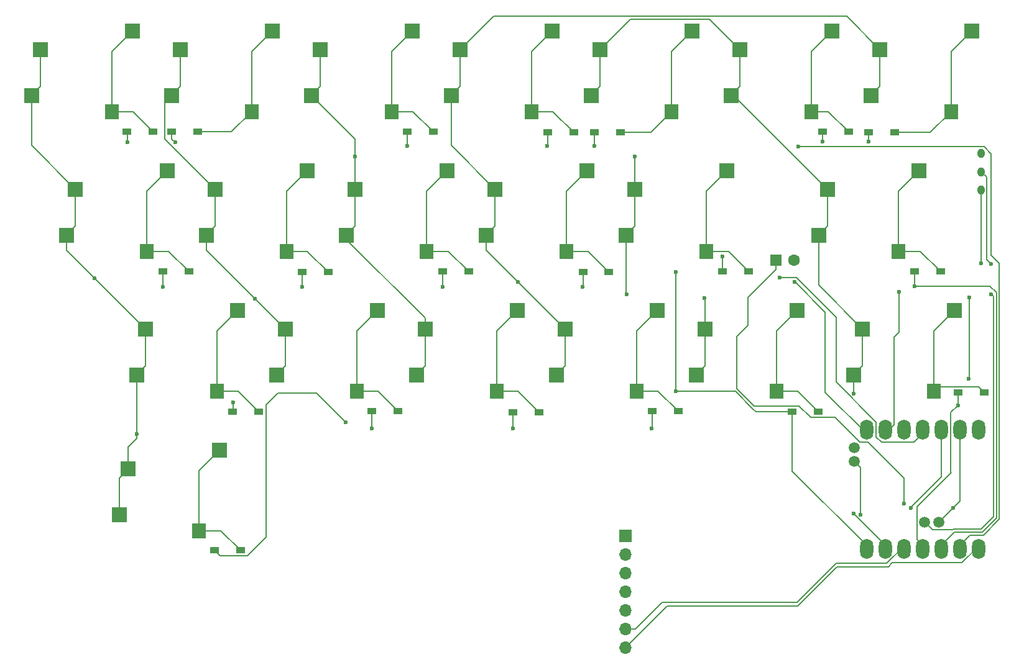
<source format=gbr>
%TF.GenerationSoftware,KiCad,Pcbnew,8.0.7*%
%TF.CreationDate,2025-01-10T20:34:57+09:00*%
%TF.ProjectId,cool937tb_R_v2,636f6f6c-3933-4377-9462-5f525f76322e,rev?*%
%TF.SameCoordinates,Original*%
%TF.FileFunction,Copper,L2,Bot*%
%TF.FilePolarity,Positive*%
%FSLAX46Y46*%
G04 Gerber Fmt 4.6, Leading zero omitted, Abs format (unit mm)*
G04 Created by KiCad (PCBNEW 8.0.7) date 2025-01-10 20:34:57*
%MOMM*%
%LPD*%
G01*
G04 APERTURE LIST*
%TA.AperFunction,SMDPad,CuDef*%
%ADD10R,1.300000X0.950000*%
%TD*%
%TA.AperFunction,SMDPad,CuDef*%
%ADD11R,2.000000X2.000000*%
%TD*%
%TA.AperFunction,SMDPad,CuDef*%
%ADD12R,1.900000X2.000000*%
%TD*%
%TA.AperFunction,ComponentPad*%
%ADD13O,1.000000X1.300000*%
%TD*%
%TA.AperFunction,ComponentPad*%
%ADD14R,1.700000X1.700000*%
%TD*%
%TA.AperFunction,ComponentPad*%
%ADD15O,1.700000X1.700000*%
%TD*%
%TA.AperFunction,ComponentPad*%
%ADD16R,1.600000X1.600000*%
%TD*%
%TA.AperFunction,ComponentPad*%
%ADD17C,1.600000*%
%TD*%
%TA.AperFunction,ComponentPad*%
%ADD18O,1.800000X2.750000*%
%TD*%
%TA.AperFunction,ComponentPad*%
%ADD19C,1.500000*%
%TD*%
%TA.AperFunction,ViaPad*%
%ADD20C,0.600000*%
%TD*%
%TA.AperFunction,Conductor*%
%ADD21C,0.200000*%
%TD*%
G04 APERTURE END LIST*
D10*
%TO.P,D14,1,K*%
%TO.N,Row1*%
X66955000Y-27760000D03*
%TO.P,D14,2,A*%
%TO.N,Net-(D14-A)*%
X70505000Y-27760000D03*
%TD*%
D11*
%TO.P,SW1,1,1*%
%TO.N,Col0*%
X-8100000Y-3700000D03*
X-6900000Y2540000D03*
D12*
%TO.P,SW1,2,2*%
%TO.N,Net-(D1-A)*%
X2800000Y-5900000D03*
D11*
X5600000Y5080000D03*
%TD*%
D10*
%TO.P,D10,1,K*%
%TO.N,Row1*%
X47835000Y-27730000D03*
%TO.P,D10,2,A*%
%TO.N,Net-(D10-A)*%
X51385000Y-27730000D03*
%TD*%
%TO.P,D15,1,K*%
%TO.N,Row2*%
X76375000Y-46770000D03*
%TO.P,D15,2,A*%
%TO.N,Net-(D15-A)*%
X79925000Y-46770000D03*
%TD*%
D11*
%TO.P,SW8,1,1*%
%TO.N,Col1*%
X82387500Y-41800000D03*
X83587500Y-35560000D03*
D12*
%TO.P,SW8,2,2*%
%TO.N,Net-(D8-A)*%
X93287500Y-44000000D03*
D11*
X96087500Y-33020000D03*
%TD*%
%TO.P,SW15,1,1*%
%TO.N,Col3*%
X63337500Y-41800000D03*
X64537500Y-35560000D03*
D12*
%TO.P,SW15,2,2*%
%TO.N,Net-(D15-A)*%
X74237500Y-44000000D03*
D11*
X77037500Y-33020000D03*
%TD*%
D10*
%TO.P,D13,1,K*%
%TO.N,Row0*%
X62155000Y-8750000D03*
%TO.P,D13,2,A*%
%TO.N,Net-(D13-A)*%
X65705000Y-8750000D03*
%TD*%
D11*
%TO.P,SW16,1,1*%
%TO.N,Col3*%
X106200000Y-3700000D03*
X107400000Y2540000D03*
D12*
%TO.P,SW16,2,2*%
%TO.N,Net-(D16-A)*%
X117100000Y-5900000D03*
D11*
X119900000Y5080000D03*
%TD*%
D13*
%TO.P,SW21,1,A*%
%TO.N,unconnected-(SW21-A-Pad1)*%
X121220000Y-11620000D03*
%TO.P,SW21,2,B*%
%TO.N,Bat*%
X121220000Y-14120000D03*
%TO.P,SW21,3,C*%
%TO.N,Net-(J8-Pin_2)*%
X121220000Y-16620000D03*
%TD*%
D10*
%TO.P,D1,1,K*%
%TO.N,Row0*%
X4865000Y-8620000D03*
%TO.P,D1,2,A*%
%TO.N,Net-(D1-A)*%
X8415000Y-8620000D03*
%TD*%
%TO.P,D2,1,K*%
%TO.N,Row1*%
X9745000Y-27730000D03*
%TO.P,D2,2,A*%
%TO.N,Net-(D2-A)*%
X13295000Y-27730000D03*
%TD*%
%TO.P,D17,1,K*%
%TO.N,Row0*%
X68535000Y-8710000D03*
%TO.P,D17,2,A*%
%TO.N,Net-(D17-A)*%
X72085000Y-8710000D03*
%TD*%
%TO.P,D7,1,K*%
%TO.N,Row2*%
X38245000Y-46750000D03*
%TO.P,D7,2,A*%
%TO.N,Net-(D7-A)*%
X41795000Y-46750000D03*
%TD*%
D11*
%TO.P,SW13,1,1*%
%TO.N,Col3*%
X49050000Y-3700000D03*
X50250000Y2540000D03*
D12*
%TO.P,SW13,2,2*%
%TO.N,Net-(D13-A)*%
X59950000Y-5900000D03*
D11*
X62750000Y5080000D03*
%TD*%
D10*
%TO.P,D11,1,K*%
%TO.N,Row2*%
X57405000Y-46880000D03*
%TO.P,D11,2,A*%
%TO.N,Net-(D11-A)*%
X60955000Y-46880000D03*
%TD*%
D11*
%TO.P,SW17,1,1*%
%TO.N,Col4*%
X68100000Y-3700000D03*
X69300000Y2540000D03*
D12*
%TO.P,SW17,2,2*%
%TO.N,Net-(D17-A)*%
X79000000Y-5900000D03*
D11*
X81800000Y5080000D03*
%TD*%
%TO.P,SW11,1,1*%
%TO.N,Col2*%
X44287500Y-41800000D03*
X45487500Y-35560000D03*
D12*
%TO.P,SW11,2,2*%
%TO.N,Net-(D11-A)*%
X55187500Y-44000000D03*
D11*
X57987500Y-33020000D03*
%TD*%
%TO.P,SW12,1,1*%
%TO.N,Col2*%
X72862500Y-22750000D03*
X74062500Y-16510000D03*
D12*
%TO.P,SW12,2,2*%
%TO.N,Net-(D12-A)*%
X83762500Y-24950000D03*
D11*
X86562500Y-13970000D03*
%TD*%
%TO.P,SW19,1,1*%
%TO.N,Col4*%
X103818750Y-41800000D03*
X105018750Y-35560000D03*
D12*
%TO.P,SW19,2,2*%
%TO.N,Net-(D19-A)*%
X114718750Y-44000000D03*
D11*
X117518750Y-33020000D03*
%TD*%
%TO.P,SW20,1,1*%
%TO.N,Col4*%
X87150000Y-3700000D03*
X88350000Y2540000D03*
D12*
%TO.P,SW20,2,2*%
%TO.N,Net-(D20-A)*%
X98050000Y-5900000D03*
D11*
X100850000Y5080000D03*
%TD*%
D10*
%TO.P,D18,1,K*%
%TO.N,Row1*%
X112155000Y-27740000D03*
%TO.P,D18,2,A*%
%TO.N,Net-(D18-A)*%
X115705000Y-27740000D03*
%TD*%
D11*
%TO.P,SW3,1,1*%
%TO.N,Col0*%
X6187500Y-41800000D03*
X7387500Y-35560000D03*
D12*
%TO.P,SW3,2,2*%
%TO.N,Net-(D3-A)*%
X17087500Y-44000000D03*
D11*
X19887500Y-33020000D03*
%TD*%
%TO.P,SW7,1,1*%
%TO.N,Col1*%
X25237500Y-41800000D03*
X26437500Y-35560000D03*
D12*
%TO.P,SW7,2,2*%
%TO.N,Net-(D7-A)*%
X36137500Y-44000000D03*
D11*
X38937500Y-33020000D03*
%TD*%
D10*
%TO.P,D4,1,K*%
%TO.N,Row3*%
X16775000Y-65730000D03*
%TO.P,D4,2,A*%
%TO.N,Net-(D4-A)*%
X20325000Y-65730000D03*
%TD*%
%TO.P,D19,1,K*%
%TO.N,Row2*%
X118075000Y-44200000D03*
%TO.P,D19,2,A*%
%TO.N,Net-(D19-A)*%
X121625000Y-44200000D03*
%TD*%
%TO.P,D5,1,K*%
%TO.N,Row0*%
X10985000Y-8670000D03*
%TO.P,D5,2,A*%
%TO.N,Net-(D5-A)*%
X14535000Y-8670000D03*
%TD*%
D11*
%TO.P,SW10,1,1*%
%TO.N,Col2*%
X34762500Y-22750000D03*
X35962500Y-16510000D03*
D12*
%TO.P,SW10,2,2*%
%TO.N,Net-(D10-A)*%
X45662500Y-24950000D03*
D11*
X48462500Y-13970000D03*
%TD*%
D14*
%TO.P,J1,1,SCLK*%
%TO.N,SCLK*%
X72730000Y-63790000D03*
D15*
%TO.P,J1,2,nCS*%
%TO.N,CS*%
X72730000Y-66330000D03*
%TO.P,J1,3,GND*%
%TO.N,GND*%
X72730000Y-68870000D03*
%TO.P,J1,4,Vin*%
%TO.N,3.3V*%
X72730000Y-71410000D03*
%TO.P,J1,5,nc*%
%TO.N,unconnected-(J1-nc-Pad5)*%
X72730000Y-73950000D03*
%TO.P,J1,6,SDIO*%
%TO.N,SDIO*%
X72730000Y-76490000D03*
%TO.P,J1,7,MOTION*%
%TO.N,MOTION*%
X72730000Y-79030000D03*
%TD*%
D10*
%TO.P,D12,1,K*%
%TO.N,Row3*%
X85975000Y-27700000D03*
%TO.P,D12,2,A*%
%TO.N,Net-(D12-A)*%
X89525000Y-27700000D03*
%TD*%
%TO.P,D3,1,K*%
%TO.N,Row2*%
X19265000Y-46810000D03*
%TO.P,D3,2,A*%
%TO.N,Net-(D3-A)*%
X22815000Y-46810000D03*
%TD*%
D16*
%TO.P,J8,1,Pin_1*%
%TO.N,GND*%
X93206250Y-26193750D03*
D17*
%TO.P,J8,2,Pin_2*%
%TO.N,Net-(J8-Pin_2)*%
X95726250Y-26193750D03*
%TD*%
D11*
%TO.P,SW5,1,1*%
%TO.N,Col1*%
X10950000Y-3700000D03*
X12150000Y2540000D03*
D12*
%TO.P,SW5,2,2*%
%TO.N,Net-(D5-A)*%
X21850000Y-5900000D03*
D11*
X24650000Y5080000D03*
%TD*%
%TO.P,SW6,1,1*%
%TO.N,Col1*%
X15712500Y-22750000D03*
X16912500Y-16510000D03*
D12*
%TO.P,SW6,2,2*%
%TO.N,Net-(D6-A)*%
X26612500Y-24950000D03*
D11*
X29412500Y-13970000D03*
%TD*%
%TO.P,SW9,1,1*%
%TO.N,Col2*%
X30000000Y-3700000D03*
X31200000Y2540000D03*
D12*
%TO.P,SW9,2,2*%
%TO.N,Net-(D9-A)*%
X40900000Y-5900000D03*
D11*
X43700000Y5080000D03*
%TD*%
%TO.P,SW4,1,1*%
%TO.N,Col0*%
X3806250Y-60850000D03*
X5006250Y-54610000D03*
D12*
%TO.P,SW4,2,2*%
%TO.N,Net-(D4-A)*%
X14706250Y-63050000D03*
D11*
X17506250Y-52070000D03*
%TD*%
D10*
%TO.P,D6,1,K*%
%TO.N,Row1*%
X28725000Y-27780000D03*
%TO.P,D6,2,A*%
%TO.N,Net-(D6-A)*%
X32275000Y-27780000D03*
%TD*%
%TO.P,D16,1,K*%
%TO.N,Row3*%
X105845000Y-8730000D03*
%TO.P,D16,2,A*%
%TO.N,Net-(D16-A)*%
X109395000Y-8730000D03*
%TD*%
D11*
%TO.P,SW2,1,1*%
%TO.N,Col0*%
X-3337500Y-22750000D03*
X-2137500Y-16510000D03*
D12*
%TO.P,SW2,2,2*%
%TO.N,Net-(D2-A)*%
X7562500Y-24950000D03*
D11*
X10362500Y-13970000D03*
%TD*%
%TO.P,SW18,1,1*%
%TO.N,Col4*%
X99056250Y-22750000D03*
X100256250Y-16510000D03*
D12*
%TO.P,SW18,2,2*%
%TO.N,Net-(D18-A)*%
X109956250Y-24950000D03*
D11*
X112756250Y-13970000D03*
%TD*%
%TO.P,SW14,1,1*%
%TO.N,Col3*%
X53812500Y-22750000D03*
X55012500Y-16510000D03*
D12*
%TO.P,SW14,2,2*%
%TO.N,Net-(D14-A)*%
X64712500Y-24950000D03*
D11*
X67512500Y-13970000D03*
%TD*%
D10*
%TO.P,D20,1,K*%
%TO.N,Row3*%
X99565000Y-8640000D03*
%TO.P,D20,2,A*%
%TO.N,Net-(D20-A)*%
X103115000Y-8640000D03*
%TD*%
%TO.P,D9,1,K*%
%TO.N,Row0*%
X43055000Y-8680000D03*
%TO.P,D9,2,A*%
%TO.N,Net-(D9-A)*%
X46605000Y-8680000D03*
%TD*%
%TO.P,D8,1,K*%
%TO.N,Row3*%
X95465000Y-46850000D03*
%TO.P,D8,2,A*%
%TO.N,Net-(D8-A)*%
X99015000Y-46850000D03*
%TD*%
D18*
%TO.P,U1,1,P0.02_A0_D0*%
%TO.N,MOTION*%
X120806000Y-65540000D03*
%TO.P,U1,2,P0.03_A1_D1*%
%TO.N,Row0*%
X118266000Y-65540000D03*
%TO.P,U1,3,P0.28_A2_D2*%
%TO.N,Row1*%
X115726000Y-65540000D03*
%TO.P,U1,4,P0.29_A3_D3*%
%TO.N,Row2*%
X113186000Y-65540000D03*
%TO.P,U1,5,P0.04_A4_D4_SDA*%
%TO.N,SDIO*%
X110646000Y-65540000D03*
%TO.P,U1,6,P0.05_A5_D5_SCL*%
%TO.N,SCLK*%
X108106000Y-65540000D03*
%TO.P,U1,7,P1.11_D6_TX*%
%TO.N,Row3*%
X105566000Y-65540000D03*
%TO.P,U1,8,P1.12_D7_RX*%
%TO.N,Col3*%
X105566000Y-49300000D03*
%TO.P,U1,9,P1.13_D8_SCK*%
%TO.N,Col2*%
X108106000Y-49300000D03*
%TO.P,U1,10,P1.14_D9_MISO*%
%TO.N,Col1*%
X110646000Y-49300000D03*
%TO.P,U1,11,P1.15_D10_MOSI*%
%TO.N,Col0*%
X113186000Y-49300000D03*
%TO.P,U1,12,3V3*%
%TO.N,3.3V*%
X115726000Y-49300000D03*
%TO.P,U1,13,GND*%
%TO.N,GND*%
X118266000Y-49300000D03*
%TO.P,U1,14,5V*%
%TO.N,VCC*%
X120806000Y-49300000D03*
D19*
%TO.P,U1,15,NFC1_0.09*%
%TO.N,CS*%
X103874000Y-53584600D03*
%TO.P,U1,16,NFC2_0.10*%
%TO.N,Col4*%
X103874000Y-51705000D03*
%TO.P,U1,20,BATT+*%
%TO.N,Bat*%
X113503000Y-61865000D03*
%TO.P,U1,21,BATT-*%
%TO.N,GND*%
X115408000Y-61865000D03*
%TD*%
D20*
%TO.N,Col0*%
X423750Y-28596250D03*
X93730000Y-28550000D03*
%TO.N,Row2*%
X19330000Y-45540000D03*
%TO.N,Col4*%
X103840000Y-44360000D03*
%TO.N,Col3*%
X95770000Y-29180000D03*
X58123750Y-29146250D03*
%TO.N,Col2*%
X74010000Y-12040000D03*
X35962500Y-12040000D03*
X110020000Y-30500000D03*
X72890000Y-30820000D03*
%TO.N,Col1*%
X119470000Y-42350000D03*
X119540000Y-31290000D03*
X83470000Y-31340000D03*
X22323750Y-31446250D03*
%TO.N,Col0*%
X6187500Y-49860000D03*
%TO.N,3.3V*%
X111600000Y-59960000D03*
%TO.N,SCLK*%
X103826000Y-60760000D03*
%TO.N,CS*%
X104767265Y-60852735D03*
%TO.N,GND*%
X110700000Y-59358411D03*
X117341500Y-59931500D03*
%TO.N,Row3*%
X85950000Y-25630000D03*
X79570000Y-44050000D03*
X105870000Y-10010000D03*
X79570000Y-27780000D03*
X34640000Y-48290000D03*
X99550000Y-10040000D03*
%TO.N,Row2*%
X38190000Y-49160000D03*
X57430000Y-49160000D03*
X118040000Y-45980000D03*
X76340000Y-49160000D03*
%TO.N,Row1*%
X112160000Y-29720000D03*
X66950000Y-29780000D03*
X9760000Y-29780000D03*
X28740000Y-29780000D03*
X47820000Y-29780000D03*
%TO.N,Row0*%
X11440000Y-10110000D03*
X43020000Y-10580000D03*
X96280000Y-10720000D03*
X62100000Y-10580000D03*
X68530000Y-10580000D03*
X4920000Y-10110000D03*
%TO.N,Bat*%
X122560000Y-30800000D03*
X122550000Y-26710000D03*
%TO.N,Net-(J8-Pin_2)*%
X121210000Y-26640000D03*
%TD*%
D21*
%TO.N,Col4*%
X105018750Y-35560000D02*
X105018750Y-40600000D01*
X105018750Y-40600000D02*
X103818750Y-41800000D01*
%TO.N,MOTION*%
X120806000Y-65172056D02*
X118558056Y-67420000D01*
X118558056Y-67420000D02*
X109110000Y-67420000D01*
X109110000Y-67420000D02*
X108560000Y-67970000D01*
X78450000Y-73310000D02*
X72730000Y-79030000D01*
X108560000Y-67970000D02*
X101545686Y-67970000D01*
X101545686Y-67970000D02*
X96205686Y-73310000D01*
X96205686Y-73310000D02*
X78450000Y-73310000D01*
%TO.N,SDIO*%
X96100000Y-72850000D02*
X101420000Y-67530000D01*
X74080000Y-76490000D02*
X77720000Y-72850000D01*
X72730000Y-76490000D02*
X74080000Y-76490000D01*
X101420000Y-67530000D02*
X108288056Y-67530000D01*
X77720000Y-72850000D02*
X96100000Y-72850000D01*
X108288056Y-67530000D02*
X110646000Y-65172056D01*
X110646000Y-65172056D02*
X110646000Y-65040000D01*
%TO.N,Col0*%
X101440000Y-33990000D02*
X96000000Y-28550000D01*
X101440000Y-42808529D02*
X101440000Y-33990000D01*
X423750Y-28596250D02*
X7387500Y-35560000D01*
X113186000Y-49800000D02*
X112011000Y-50975000D01*
X107608944Y-50975000D02*
X106906000Y-50272056D01*
X-3337500Y-24835000D02*
X423750Y-28596250D01*
X112011000Y-50975000D02*
X107608944Y-50975000D01*
X96000000Y-28550000D02*
X93730000Y-28550000D01*
X106906000Y-48274529D02*
X101440000Y-42808529D01*
X106906000Y-50272056D02*
X106906000Y-48274529D01*
%TO.N,Row2*%
X19330000Y-45540000D02*
X19330000Y-46745000D01*
X19330000Y-46745000D02*
X19265000Y-46810000D01*
%TO.N,Row3*%
X34640000Y-48290000D02*
X30670000Y-44320000D01*
X30670000Y-44320000D02*
X25450000Y-44320000D01*
X23830000Y-45940000D02*
X23830000Y-63950000D01*
X25450000Y-44320000D02*
X23830000Y-45940000D01*
X23830000Y-63950000D02*
X21275000Y-66505000D01*
X21275000Y-66505000D02*
X17550000Y-66505000D01*
X17550000Y-66505000D02*
X16775000Y-65730000D01*
%TO.N,Net-(D4-A)*%
X20325000Y-65730000D02*
X17645000Y-63050000D01*
X17645000Y-63050000D02*
X14706250Y-63050000D01*
X17506250Y-52070000D02*
X14706250Y-54870000D01*
X14706250Y-54870000D02*
X14706250Y-63050000D01*
%TO.N,Col0*%
X5006250Y-54610000D02*
X5006250Y-54693750D01*
X5006250Y-54693750D02*
X3806250Y-55893750D01*
X3806250Y-55893750D02*
X3806250Y-60850000D01*
X6187500Y-49860000D02*
X6187500Y-50512500D01*
X6187500Y-50512500D02*
X5006250Y-51693750D01*
X5006250Y-51693750D02*
X5006250Y-54610000D01*
%TO.N,Net-(D20-A)*%
X100850000Y5080000D02*
X98050000Y2280000D01*
X98050000Y2280000D02*
X98050000Y-5900000D01*
X100375000Y-5900000D02*
X103115000Y-8640000D01*
X98050000Y-5900000D02*
X100375000Y-5900000D01*
%TO.N,Col4*%
X99056250Y-29597500D02*
X105018750Y-35560000D01*
X69300000Y-2500000D02*
X68100000Y-3700000D01*
X69300000Y2540000D02*
X69300000Y-2500000D01*
X88350000Y-2500000D02*
X87150000Y-3700000D01*
X88350000Y2540000D02*
X84210000Y6680000D01*
X100256250Y-16510000D02*
X100256250Y-21550000D01*
X73440000Y6680000D02*
X69300000Y2540000D01*
X100256250Y-21550000D02*
X99056250Y-22750000D01*
X88350000Y2540000D02*
X88350000Y-2500000D01*
X84210000Y6680000D02*
X73440000Y6680000D01*
X87150000Y-3700000D02*
X87446250Y-3700000D01*
X99056250Y-22750000D02*
X99056250Y-29597500D01*
X103840000Y-44360000D02*
X103818750Y-44338750D01*
X103818750Y-44338750D02*
X103818750Y-41800000D01*
X87446250Y-3700000D02*
X100256250Y-16510000D01*
%TO.N,Col3*%
X95870000Y-29180000D02*
X95770000Y-29180000D01*
X54790000Y7080000D02*
X102860000Y7080000D01*
X50250000Y2540000D02*
X50250000Y-2500000D01*
X58123750Y-29146250D02*
X64537500Y-35560000D01*
X49050000Y-3700000D02*
X49050000Y-10547500D01*
X107400000Y2540000D02*
X107400000Y-2500000D01*
X50250000Y2540000D02*
X54790000Y7080000D01*
X49050000Y-10547500D02*
X55012500Y-16510000D01*
X99965000Y-33275000D02*
X95870000Y-29180000D01*
X107400000Y-2500000D02*
X106200000Y-3700000D01*
X64537500Y-40600000D02*
X63337500Y-41800000D01*
X105566000Y-49800000D02*
X99965000Y-44199000D01*
X50250000Y-2500000D02*
X49050000Y-3700000D01*
X53812500Y-24835000D02*
X58123750Y-29146250D01*
X99965000Y-44199000D02*
X99965000Y-33275000D01*
X55012500Y-16510000D02*
X55012500Y-21550000D01*
X53812500Y-22750000D02*
X53812500Y-24835000D01*
X55012500Y-21550000D02*
X53812500Y-22750000D01*
X64537500Y-35560000D02*
X64537500Y-40600000D01*
X102860000Y7080000D02*
X107400000Y2540000D01*
%TO.N,Col2*%
X74062500Y-21550000D02*
X72862500Y-22750000D01*
X45487500Y-40600000D02*
X44287500Y-41800000D01*
X72862500Y-30792500D02*
X72862500Y-22750000D01*
X45487500Y-34087500D02*
X45487500Y-35560000D01*
X109318750Y-48587250D02*
X109318750Y-41260000D01*
X35962500Y-9662500D02*
X35962500Y-12040000D01*
X109318750Y-41260000D02*
X109318750Y-36701250D01*
X74062500Y-12092500D02*
X74010000Y-12040000D01*
X35962500Y-16510000D02*
X35962500Y-21550000D01*
X31200000Y2540000D02*
X31200000Y-2500000D01*
X31200000Y-2500000D02*
X30000000Y-3700000D01*
X108070000Y-49836000D02*
X108106000Y-49800000D01*
X74062500Y-16510000D02*
X74062500Y-12092500D01*
X45487500Y-35560000D02*
X45487500Y-40600000D01*
X109318750Y-36701250D02*
X110020000Y-36000000D01*
X30000000Y-3700000D02*
X35962500Y-9662500D01*
X35962500Y-21550000D02*
X34762500Y-22750000D01*
X72890000Y-30820000D02*
X72862500Y-30792500D01*
X35962500Y-12040000D02*
X35962500Y-16510000D01*
X34762500Y-23362500D02*
X45487500Y-34087500D01*
X74062500Y-16510000D02*
X74062500Y-21550000D01*
X34762500Y-22750000D02*
X34762500Y-23362500D01*
X110020000Y-36000000D02*
X110020000Y-30500000D01*
X108106000Y-49800000D02*
X109318750Y-48587250D01*
%TO.N,Col1*%
X83470000Y-31340000D02*
X83587500Y-31457500D01*
X10035000Y-4615000D02*
X10035000Y-9632500D01*
X12150000Y-2500000D02*
X10950000Y-3700000D01*
X16912500Y-16510000D02*
X16912500Y-21550000D01*
X83587500Y-40600000D02*
X82387500Y-41800000D01*
X16912500Y-21550000D02*
X15712500Y-22750000D01*
X10035000Y-9632500D02*
X16912500Y-16510000D01*
X119540000Y-31290000D02*
X119540000Y-42280000D01*
X12150000Y2540000D02*
X12150000Y-2500000D01*
X83587500Y-31457500D02*
X83587500Y-35560000D01*
X83587500Y-35560000D02*
X83587500Y-40600000D01*
X10950000Y-3700000D02*
X10035000Y-4615000D01*
X119540000Y-42280000D02*
X119470000Y-42350000D01*
X26437500Y-40600000D02*
X25237500Y-41800000D01*
X15712500Y-24835000D02*
X22323750Y-31446250D01*
X22323750Y-31446250D02*
X26437500Y-35560000D01*
X15712500Y-22750000D02*
X15712500Y-24835000D01*
X26437500Y-35560000D02*
X26437500Y-40600000D01*
%TO.N,Col0*%
X-8100000Y-3700000D02*
X-8100000Y-10547500D01*
X-2137500Y-21550000D02*
X-3337500Y-22750000D01*
X7387500Y-35560000D02*
X7387500Y-40600000D01*
X113186000Y-49800000D02*
X113186000Y-49667944D01*
X-6900000Y2540000D02*
X-6900000Y-2500000D01*
X-2137500Y-16510000D02*
X-2137500Y-21550000D01*
X6187500Y-41800000D02*
X6187500Y-49860000D01*
X7387500Y-40600000D02*
X6187500Y-41800000D01*
X-8100000Y-10547500D02*
X-2137500Y-16510000D01*
X-6900000Y-2500000D02*
X-8100000Y-3700000D01*
X-3337500Y-22750000D02*
X-3337500Y-24835000D01*
%TO.N,Net-(D19-A)*%
X120850000Y-43425000D02*
X121625000Y-44200000D01*
X114718750Y-44000000D02*
X115293750Y-43425000D01*
X117518750Y-33020000D02*
X114718750Y-35820000D01*
X114718750Y-35820000D02*
X114718750Y-44000000D01*
X115293750Y-43425000D02*
X120850000Y-43425000D01*
%TO.N,SDIO*%
X110646000Y-65040000D02*
X110110000Y-64504000D01*
%TO.N,3.3V*%
X115726000Y-55466000D02*
X115726000Y-49800000D01*
X115760000Y-55500000D02*
X115726000Y-55466000D01*
X115760000Y-55700000D02*
X115760000Y-55500000D01*
X111600000Y-59860000D02*
X115760000Y-55700000D01*
X111600000Y-59960000D02*
X111600000Y-59860000D01*
X115726000Y-49800000D02*
X115726000Y-49667944D01*
%TO.N,MOTION*%
X120806000Y-65040000D02*
X120806000Y-65172056D01*
%TO.N,SCLK*%
X108106000Y-65040000D02*
X103826000Y-60760000D01*
%TO.N,CS*%
X104767265Y-60852735D02*
X104767265Y-54477865D01*
X104767265Y-54477865D02*
X103874000Y-53584600D01*
%TO.N,GND*%
X105751408Y-50980000D02*
X104633925Y-50980000D01*
X110700000Y-55928592D02*
X105751408Y-50980000D01*
X93206250Y-27464779D02*
X89410545Y-31260484D01*
X110700000Y-59358411D02*
X110700000Y-55928592D01*
X115408000Y-61865000D02*
X117341500Y-59931500D01*
X90299758Y-46075000D02*
X96415000Y-46075000D01*
X89410545Y-35089697D02*
X87887500Y-36612742D01*
X96415000Y-46075000D02*
X97965000Y-47625000D01*
X118266000Y-59007000D02*
X118266000Y-49800000D01*
X89410545Y-31260484D02*
X89410545Y-35089697D01*
X118266000Y-49800000D02*
X118266000Y-49667944D01*
X101278925Y-47625000D02*
X97965000Y-47625000D01*
X87887500Y-36612742D02*
X87887500Y-43662742D01*
X117341500Y-59931500D02*
X118266000Y-59007000D01*
X87887500Y-43662742D02*
X90299758Y-46075000D01*
X104633925Y-50980000D02*
X101278925Y-47625000D01*
X93206250Y-26193750D02*
X93206250Y-27464779D01*
%TO.N,Net-(D18-A)*%
X112915000Y-24950000D02*
X115705000Y-27740000D01*
X109956250Y-16770000D02*
X109956250Y-24950000D01*
X109956250Y-24950000D02*
X112915000Y-24950000D01*
X112756250Y-13970000D02*
X109956250Y-16770000D01*
%TO.N,Net-(D17-A)*%
X79000000Y2280000D02*
X79000000Y-5900000D01*
X76190000Y-8710000D02*
X72085000Y-8710000D01*
X81800000Y5080000D02*
X79000000Y2280000D01*
X79000000Y-5900000D02*
X76190000Y-8710000D01*
%TO.N,Net-(D16-A)*%
X119900000Y5080000D02*
X117100000Y2280000D01*
X117100000Y2280000D02*
X117100000Y-5900000D01*
X117100000Y-5900000D02*
X114270000Y-8730000D01*
X114270000Y-8730000D02*
X109395000Y-8730000D01*
%TO.N,Net-(D15-A)*%
X77155000Y-44000000D02*
X79925000Y-46770000D01*
X74237500Y-44000000D02*
X77155000Y-44000000D01*
X77037500Y-33020000D02*
X74237500Y-35820000D01*
X74237500Y-35820000D02*
X74237500Y-44000000D01*
%TO.N,Net-(D14-A)*%
X64712500Y-16770000D02*
X64712500Y-24950000D01*
X67695000Y-24950000D02*
X70505000Y-27760000D01*
X67512500Y-13970000D02*
X64712500Y-16770000D01*
X64712500Y-24950000D02*
X67695000Y-24950000D01*
%TO.N,Net-(D13-A)*%
X59950000Y2280000D02*
X59950000Y-5900000D01*
X62750000Y5080000D02*
X59950000Y2280000D01*
X59950000Y-5900000D02*
X62855000Y-5900000D01*
X62855000Y-5900000D02*
X65705000Y-8750000D01*
%TO.N,Net-(D12-A)*%
X86562500Y-13970000D02*
X83762500Y-16770000D01*
X83762500Y-16770000D02*
X83762500Y-24950000D01*
X86775000Y-24950000D02*
X89525000Y-27700000D01*
X83762500Y-24950000D02*
X86775000Y-24950000D01*
%TO.N,Net-(D11-A)*%
X55187500Y-35820000D02*
X55187500Y-44000000D01*
X55187500Y-44000000D02*
X58075000Y-44000000D01*
X58075000Y-44000000D02*
X60955000Y-46880000D01*
X57987500Y-33020000D02*
X55187500Y-35820000D01*
%TO.N,Net-(D10-A)*%
X45662500Y-16770000D02*
X45662500Y-24950000D01*
X48462500Y-13970000D02*
X45662500Y-16770000D01*
X48605000Y-24950000D02*
X51385000Y-27730000D01*
X45662500Y-24950000D02*
X48605000Y-24950000D01*
%TO.N,Net-(D9-A)*%
X43825000Y-5900000D02*
X46605000Y-8680000D01*
X40900000Y-5900000D02*
X43825000Y-5900000D01*
X40900000Y2280000D02*
X40900000Y-5900000D01*
X43700000Y5080000D02*
X40900000Y2280000D01*
%TO.N,Net-(D8-A)*%
X93287500Y-44000000D02*
X96165000Y-44000000D01*
X96087500Y-33020000D02*
X93287500Y-35820000D01*
X93287500Y-35820000D02*
X93287500Y-44000000D01*
X96165000Y-44000000D02*
X99015000Y-46850000D01*
%TO.N,Net-(D7-A)*%
X38937500Y-33020000D02*
X36137500Y-35820000D01*
X36137500Y-35820000D02*
X36137500Y-44000000D01*
X36137500Y-44000000D02*
X39045000Y-44000000D01*
X39045000Y-44000000D02*
X41795000Y-46750000D01*
%TO.N,Net-(D6-A)*%
X29445000Y-24950000D02*
X32275000Y-27780000D01*
X26612500Y-16770000D02*
X26612500Y-24950000D01*
X26612500Y-24950000D02*
X29445000Y-24950000D01*
X29412500Y-13970000D02*
X26612500Y-16770000D01*
%TO.N,Net-(D5-A)*%
X14535000Y-8670000D02*
X19080000Y-8670000D01*
X21850000Y2280000D02*
X21850000Y-5900000D01*
X19080000Y-8670000D02*
X21850000Y-5900000D01*
X24650000Y5080000D02*
X21850000Y2280000D01*
%TO.N,Row3*%
X90134072Y-46475000D02*
X87709072Y-44050000D01*
X87709072Y-44050000D02*
X79570000Y-44050000D01*
X85975000Y-25655000D02*
X85950000Y-25630000D01*
X99550000Y-10040000D02*
X99550000Y-8655000D01*
X99550000Y-8655000D02*
X99565000Y-8640000D01*
X90509073Y-46850000D02*
X90134072Y-46475000D01*
X95465000Y-46850000D02*
X95465000Y-54939000D01*
X95465000Y-46850000D02*
X90509073Y-46850000D01*
X79570000Y-44050000D02*
X79570000Y-27780000D01*
X95465000Y-54939000D02*
X105566000Y-65040000D01*
X105845000Y-9985000D02*
X105870000Y-10010000D01*
X105845000Y-8730000D02*
X105845000Y-9985000D01*
X85975000Y-27700000D02*
X85975000Y-25655000D01*
%TO.N,Row2*%
X57405000Y-46880000D02*
X57405000Y-49135000D01*
X118075000Y-44200000D02*
X118075000Y-45945000D01*
X113186000Y-65040000D02*
X112453000Y-64307000D01*
X112453000Y-59757000D02*
X117090000Y-55120000D01*
X112453000Y-64307000D02*
X112453000Y-59757000D01*
X117090000Y-55120000D02*
X117066000Y-55096000D01*
X117066000Y-55096000D02*
X117066000Y-46954000D01*
X76375000Y-46770000D02*
X76375000Y-49125000D01*
X57405000Y-49135000D02*
X57430000Y-49160000D01*
X117066000Y-46954000D02*
X118040000Y-45980000D01*
X118075000Y-45945000D02*
X118040000Y-45980000D01*
X38245000Y-49105000D02*
X38190000Y-49160000D01*
X38245000Y-46750000D02*
X38245000Y-49105000D01*
X76375000Y-49125000D02*
X76340000Y-49160000D01*
%TO.N,Net-(D3-A)*%
X17087500Y-35820000D02*
X17087500Y-44000000D01*
X19887500Y-33020000D02*
X17087500Y-35820000D01*
X17087500Y-44000000D02*
X20005000Y-44000000D01*
X20005000Y-44000000D02*
X22815000Y-46810000D01*
%TO.N,Row1*%
X47835000Y-27730000D02*
X47835000Y-29765000D01*
X112160000Y-29720000D02*
X122370000Y-29720000D01*
X123260000Y-30610000D02*
X123260000Y-61304314D01*
X123260000Y-61304314D02*
X121314314Y-63250000D01*
X112160000Y-27745000D02*
X112155000Y-27740000D01*
X112160000Y-29720000D02*
X112160000Y-27745000D01*
X117516000Y-63250000D02*
X115726000Y-65040000D01*
X28725000Y-27780000D02*
X28725000Y-29765000D01*
X66955000Y-27760000D02*
X66955000Y-29775000D01*
X28725000Y-29765000D02*
X28740000Y-29780000D01*
X9745000Y-29765000D02*
X9760000Y-29780000D01*
X9745000Y-27730000D02*
X9745000Y-29765000D01*
X122370000Y-29720000D02*
X123260000Y-30610000D01*
X47835000Y-29765000D02*
X47820000Y-29780000D01*
X66955000Y-29775000D02*
X66950000Y-29780000D01*
X121314314Y-63250000D02*
X117516000Y-63250000D01*
%TO.N,Net-(D2-A)*%
X10515000Y-24950000D02*
X13295000Y-27730000D01*
X10362500Y-13970000D02*
X7562500Y-16770000D01*
X7562500Y-16770000D02*
X7562500Y-24950000D01*
X7562500Y-24950000D02*
X10515000Y-24950000D01*
%TO.N,Row0*%
X4920000Y-10110000D02*
X4920000Y-8675000D01*
X122575000Y-25520000D02*
X123660000Y-26605000D01*
X121480000Y-63650000D02*
X119656000Y-63650000D01*
X121580000Y-10720000D02*
X122575000Y-11715000D01*
X43055000Y-8680000D02*
X43055000Y-10545000D01*
X123660000Y-61470000D02*
X121480000Y-63650000D01*
X96280000Y-10720000D02*
X121580000Y-10720000D01*
X122575000Y-11715000D02*
X122575000Y-25520000D01*
X123660000Y-26605000D02*
X123660000Y-61470000D01*
X10985000Y-8670000D02*
X10985000Y-9655000D01*
X62155000Y-8750000D02*
X62155000Y-10525000D01*
X68535000Y-10575000D02*
X68530000Y-10580000D01*
X119656000Y-63650000D02*
X118266000Y-65040000D01*
X62155000Y-10525000D02*
X62100000Y-10580000D01*
X10985000Y-9655000D02*
X11440000Y-10110000D01*
X4920000Y-8675000D02*
X4865000Y-8620000D01*
X68535000Y-8710000D02*
X68535000Y-10575000D01*
X43055000Y-10545000D02*
X43020000Y-10580000D01*
%TO.N,Net-(D1-A)*%
X2800000Y2280000D02*
X2800000Y-5900000D01*
X5695000Y-5900000D02*
X8415000Y-8620000D01*
X2800000Y-5900000D02*
X5695000Y-5900000D01*
X5600000Y5080000D02*
X2800000Y2280000D01*
%TO.N,Bat*%
X121970000Y-26130000D02*
X121970000Y-14870000D01*
X117285314Y-62915000D02*
X117376000Y-62824314D01*
X121174314Y-62824314D02*
X122860000Y-61138628D01*
X114553000Y-62915000D02*
X117285314Y-62915000D01*
X122550000Y-26710000D02*
X121970000Y-26130000D01*
X122860000Y-61138628D02*
X122860000Y-31100000D01*
X117376000Y-62824314D02*
X121174314Y-62824314D01*
X113503000Y-61865000D02*
X114553000Y-62915000D01*
X122860000Y-31100000D02*
X122560000Y-30800000D01*
X121970000Y-14870000D02*
X121220000Y-14120000D01*
%TO.N,Net-(J8-Pin_2)*%
X121220000Y-26280000D02*
X121220000Y-16620000D01*
X121210000Y-26640000D02*
X121210000Y-26290000D01*
X121210000Y-26290000D02*
X121220000Y-26280000D01*
%TD*%
M02*

</source>
